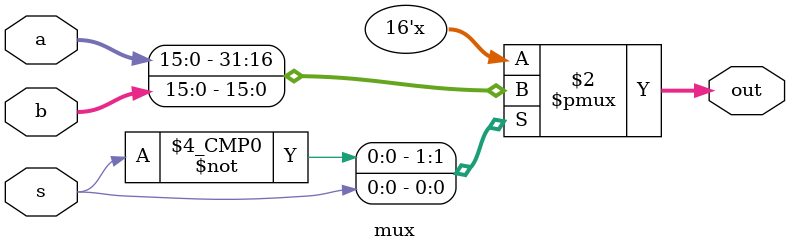
<source format=v>
module mux
    # (parameter N=16)
    (
        a,
        b,
        s,
        out,
    );

    input [N-1: 0] a;
    input [N-1: 0] b;
    input s;

    output reg [N-1: 0] out;

    always @(a, b, s) begin
        
        case(s)

        1'b0: out = a;
        1'b1: out = b;
        endcase
    end



endmodule

</source>
